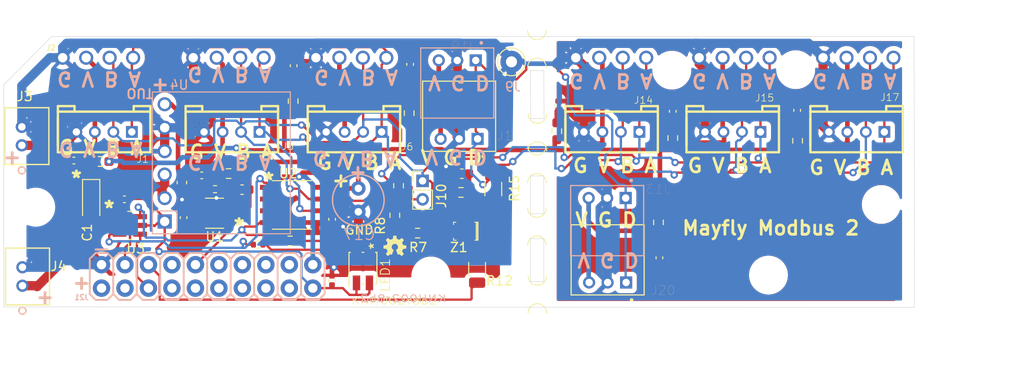
<source format=kicad_pcb>
(kicad_pcb (version 20211014) (generator pcbnew)

  (general
    (thickness 1.6)
  )

  (paper "A")
  (layers
    (0 "F.Cu" signal "Top")
    (31 "B.Cu" signal "Bottom")
    (34 "B.Paste" user)
    (35 "F.Paste" user)
    (36 "B.SilkS" user "B.Silkscreen")
    (37 "F.SilkS" user "F.Silkscreen")
    (38 "B.Mask" user)
    (39 "F.Mask" user)
    (40 "Dwgs.User" user "User.Drawings")
    (41 "Cmts.User" user "User.Comments")
    (44 "Edge.Cuts" user)
    (45 "Margin" user)
    (46 "B.CrtYd" user "B.Courtyard")
    (47 "F.CrtYd" user "F.Courtyard")
    (48 "B.Fab" user)
    (49 "F.Fab" user)
  )

  (setup
    (stackup
      (layer "F.SilkS" (type "Top Silk Screen"))
      (layer "F.Paste" (type "Top Solder Paste"))
      (layer "F.Mask" (type "Top Solder Mask") (thickness 0.01))
      (layer "F.Cu" (type "copper") (thickness 0.035))
      (layer "dielectric 1" (type "core") (thickness 1.51) (material "FR4") (epsilon_r 4.5) (loss_tangent 0.02))
      (layer "B.Cu" (type "copper") (thickness 0.035))
      (layer "B.Mask" (type "Bottom Solder Mask") (thickness 0.01))
      (layer "B.Paste" (type "Bottom Solder Paste"))
      (layer "B.SilkS" (type "Bottom Silk Screen"))
      (copper_finish "None")
      (dielectric_constraints no)
    )
    (pad_to_mask_clearance 0.0508)
    (pad_to_paste_clearance -0.0508)
    (aux_axis_origin 126.4803 117.6045)
    (grid_origin 126.4803 117.6045)
    (pcbplotparams
      (layerselection 0x00010f8_ffffffff)
      (disableapertmacros false)
      (usegerberextensions true)
      (usegerberattributes true)
      (usegerberadvancedattributes true)
      (creategerberjobfile true)
      (svguseinch false)
      (svgprecision 6)
      (excludeedgelayer true)
      (plotframeref false)
      (viasonmask false)
      (mode 1)
      (useauxorigin false)
      (hpglpennumber 1)
      (hpglpenspeed 20)
      (hpglpendiameter 15.000000)
      (dxfpolygonmode true)
      (dxfimperialunits true)
      (dxfusepcbnewfont true)
      (psnegative false)
      (psa4output false)
      (plotreference true)
      (plotvalue true)
      (plotinvisibletext false)
      (sketchpadsonfab false)
      (subtractmaskfromsilk false)
      (outputformat 1)
      (mirror false)
      (drillshape 0)
      (scaleselection 1)
      (outputdirectory "gerber/")
    )
  )

  (net 0 "")
  (net 1 "GND")
  (net 2 "/A+")
  (net 3 "/B-")
  (net 4 "/12VswAEn")
  (net 5 "/12Vsnr")
  (net 6 "Net-(C5-Pad2)")
  (net 7 "Net-(C11-Pad1)")
  (net 8 "Net-(J10-Pad2)")
  (net 9 "Net-(J11-Pad1)")
  (net 10 "/SDA")
  (net 11 "/SCL")
  (net 12 "unconnected-(J21-Pad7)")
  (net 13 "/5Vsw")
  (net 14 "/3Von")
  (net 15 "+3V0")
  (net 16 "/RXp")
  (net 17 "/TXp")
  (net 18 "/TXb")
  (net 19 "/RXb")
  (net 20 "/D4_AL")
  (net 21 "unconnected-(J21-Pad8)")
  (net 22 "unconnected-(J21-Pad10)")
  (net 23 "unconnected-(J21-Pad11)")
  (net 24 "/12Vsw")
  (net 25 "Net-(LED1-Pad2)")
  (net 26 "Net-(LED1-Pad4)")
  (net 27 "unconnected-(J21-Pad12)")
  (net 28 "/sdiProt")
  (net 29 "unconnected-(J21-Pad13)")
  (net 30 "/12Vbst")
  (net 31 "/3.8Vbat")
  (net 32 "/12Vfd")
  (net 33 "/12Vfa")
  (net 34 "/12Vfb")
  (net 35 "/12Vfc")
  (net 36 "/12Vfe")
  (net 37 "unconnected-(J21-Pad14)")
  (net 38 "unconnected-(J21-Pad17)")
  (net 39 "Net-(R2-Pad1)")
  (net 40 "/12Vfg")
  (net 41 "/12Vfh")
  (net 42 "/12Vfm")

  (footprint "RS485_Mayfly:2.0_1X4" (layer "F.Cu") (at 137.2641 98.7486 180))

  (footprint "RS485_Mayfly:2.0_1X4" (layer "F.Cu") (at 151.0791 98.7486 180))

  (footprint "RS485_Mayfly:2.0_1X4" (layer "F.Cu") (at 164.2871 98.7486 180))

  (footprint "RS485_Mayfly:1X04_NOSILK" (layer "F.Cu") (at 136.5941 90.7086 180))

  (footprint "RS485_Mayfly:1X04_NOSILK" (layer "F.Cu") (at 150.7141 90.7086 180))

  (footprint "RS485_Mayfly:OSHW-LOGO-MINI" (layer "F.Cu") (at 168.7141 111.1986))

  (footprint "RS485_Mayfly:1X04_NOSILK" (layer "F.Cu") (at 163.9841 90.7086 180))

  (footprint "Connector_Pin:Pin_D1.0mm_L10.0mm_LooseFit" (layer "F.Cu") (at 181.3303 91.1545))

  (footprint "Resistor_SMD:R_0603_1608Metric" (layer "F.Cu") (at 171.1803 109.7045))

  (footprint "Resistor_SMD:R_0603_1608Metric" (layer "F.Cu") (at 168.7141 107.7736 90))

  (footprint "Resistor_SMD:R_0603_1608Metric" (layer "F.Cu") (at 169.1141 104.5736 90))

  (footprint "Capacitor_SMD:C_0402_1005Metric" (layer "F.Cu") (at 161.9141 114.8286 90))

  (footprint "Capacitor_SMD:C_0402_1005Metric" (layer "F.Cu") (at 161.9303 108.2045 90))

  (footprint "Resistor_SMD:R_0603_1608Metric" (layer "F.Cu") (at 157.3803 110.5545))

  (footprint "Capacitor_SMD:C_0402_1005Metric" (layer "F.Cu") (at 147.8303 103.4545 180))

  (footprint "Resistor_SMD:R_0402_1005Metric" (layer "F.Cu") (at 153.9303 110.9545))

  (footprint "RS485_Mayfly:SN74LVC2G34DBVT" (layer "F.Cu") (at 140.0465 108.874401))

  (footprint "Capacitor_SMD:C_0402_1005Metric" (layer "F.Cu") (at 139.4641 106.0486))

  (footprint "Connector_PinHeader_2.00mm:PinHeader_1x02_P2.00mm_Vertical" (layer "F.Cu") (at 171.7141 104.0486))

  (footprint "RS485_Mayfly:LED_Kingbright_APBD3224SURKCGKC-F01" (layer "F.Cu") (at 165.2641 113.4986 90))

  (footprint "Resistor_SMD:R_0603_1608Metric_Pad0.98x0.95mm_HandSolder" (layer "F.Cu") (at 170.2641 96.7111 -90))

  (footprint "Capacitor_SMD:C_0402_1005Metric" (layer "F.Cu") (at 133.9941 101.8486 180))

  (footprint "Resistor_SMD:R_0603_1608Metric" (layer "F.Cu") (at 175.8641 105.2986))

  (footprint "Resistor_SMD:R_1206_3216Metric" (layer "F.Cu") (at 179.3641 104.9361 90))

  (footprint "Capacitor_SMD:C_0603_1608Metric" (layer "F.Cu") (at 175.9581 103.2714 180))

  (footprint "Resistor_SMD:R_1206_3216Metric" (layer "F.Cu") (at 177.6141 113.6111 -90))

  (footprint "digikey-footprints:SOD-123" (layer "F.Cu") (at 176.3891 109.4986 180))

  (footprint "RS485_Mayfly:JST_S3B-PH-K-S(LF)(SN)" (layer "F.Cu") (at 177.6641 99.4986 180))

  (footprint "RS485_Mayfly:max13487eesa&plus_" (layer "F.Cu") (at 157.5803 106.6545))

  (footprint "Capacitor_SMD:C_0402_1005Metric" (layer "F.Cu") (at 198.7803 96.5045 90))

  (footprint "RS485_Mayfly:B2B-PH-K-SLFSN" (layer "F.Cu") (at 128.430101 115.4041 -90))

  (footprint "Resistor_SMD:R_0402_1005Metric_Pad0.72x0.64mm_HandSolder" (layer "F.Cu") (at 149.2641 104.9486))

  (footprint "MountingHole:MountingHole_3.2mm_M3" (layer "F.Cu") (at 212.0803 92.0045))

  (footprint "Capacitor_SMD:C_0402_1005Metric" (layer "F.Cu") (at 145.8641 108.0286 -90))

  (footprint "Resistor_SMD:R_0603_1608Metric_Pad0.98x0.95mm_HandSolder" (layer "F.Cu") (at 186.2303 98.667 -90))

  (footprint "RS485_Mayfly:2.0_1X4" (layer "F.Cu") (at 192.1641 98.7486 180))

  (footprint "MountingHole:MountingHole_3.2mm_M3" (layer "F.Cu") (at 198.6803 92.0545))

  (footprint "Capacitor_SMD:C_0402_1005Metric" (layer "F.Cu") (at 197.3303 112.3845 -90))

  (footprint "RS485_Mayfly:mouse-bite-2mm-slot" (layer "F.Cu") (at 184.1303 98.8045 90))

  (footprint "MountingHole:MountingHole_3.2mm_M3" (layer "F.Cu") (at 221.3303 106.6045))

  (footprint "Capacitor_SMD:C_0603_1608Metric" (layer "F.Cu") (at 152.1891 104.9986))

  (footprint "RS485_Mayfly:mouse-bite-2mm-slot" (layer "F.Cu") (at 184.0803 89.7545 90))

  (footprint "MountingHole:MountingHole_3.2mm_M3" (layer "F.Cu") (at 209.1303 114.2545))

  (footprint "RS485_Mayfly:mouse-bite-2mm-slot" (layer "F.Cu") (at 184.0803 109.0045 90))

  (footprint "RS485_Mayfly:JST_S3B-PH-K-S(LF)(SN)" (layer "F.Cu") (at 193.7303 115.0545 180))

  (footprint "MountingHole:MountingHole_3.2mm_M3" (layer "F.Cu") (at 129.8641 106.8986))

  (footprint "RS485_Mayfly:2.0_1X4" (layer "F.Cu") (at 205.2641 98.7486 180))

  (footprint "RS485_Mayfly:B2B-PH-K-SLFSN" (layer "F.Cu") (at 128.3641 100.198601 -90))

  (footprint "Capacitor_SMD:C_0402_1005Metric" (layer "F.Cu") (at 212.2303 96.4045 -90))

  (footprint "Capacitor_Tantalum_SMD:CP_EIA-3216-18_Kemet-A" (layer "F.Cu") (at 135.8641 106.2111 -90))

  (footprint "RS485_Mayfly:mouse-bite-2mm-slot" (layer "F.Cu") (at 184.1303 116.3545 90))

  (footprint "Resistor_SMD:R_0603_1608Metric_Pad0.98x0.95mm_HandSolder" (layer "F.Cu") (at 136.8766 101.9486))

  (footprint "Capacitor_SMD:C_0402_1005Metric" (layer "F.Cu") (at 157.7641 91.5786 -90))

  (footprint "RS485_Mayfly:1X04_NOSILK" (layer "F.Cu")
    (tedit 0) (tstamp aed332c0-6689-4c85-9dd4-213734e4d783)
    (at 192.0941 90.7086 180)
    (descr "<h3>Plated Through Hole - 4 Pin</h3>\n<p>Specifications:\n<ul><li>Pin count:4</li>\n<li>Pin pitch:0.1\"</li>\n</ul></p>\n<p>Example device(s):\n<ul><li>CON
... [740047 chars truncated]
</source>
